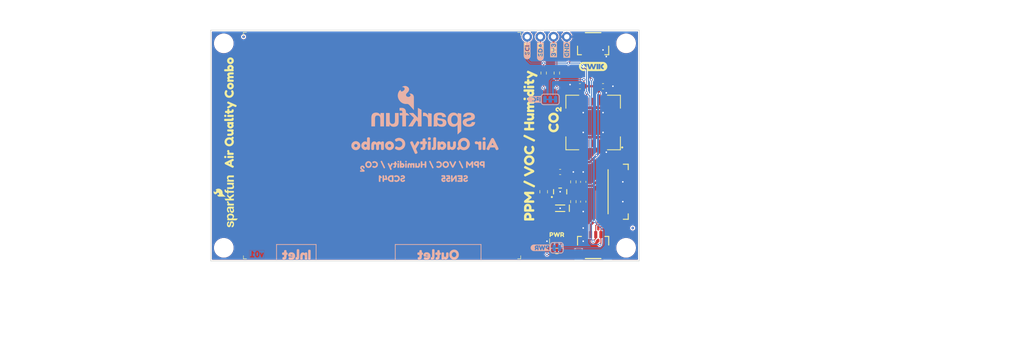
<source format=kicad_pcb>
(kicad_pcb (version 20221018) (generator pcbnew)
  (layers (0 "F.Cu" signal) (31 "B.Cu" signal) (34 "B.Paste" user) (35 "F.Paste" user) (36 "B.SilkS" user "B.Silkscreen") (37 "F.SilkS" user "F.Silkscreen") (38 "B.Mask" user) (39 "F.Mask" user) (44 "Edge.Cuts" user))
  (net 0 "")
  (net 1 "3.3V")
  (net 2 "GND")
  (net 3 "5V")
  (net 4 "Net-(D1-A)")
  (net 5 "SDA")
  (net 6 "SCL")
  (net 11 "Net-(JP1-A)")
  (net 12 "Net-(JP2-A)")
  (net 13 "Net-(U5-SW)")
  (net 29 "Net-(U5-FB)")
  (net 30 "Net-(JP2-B)")
  (footprint "kibuzzard-65CFEE26" (layer "F.Cu") (at 105.41 123.825 90)
    (fp_text reference "kibuzzard-65CFEE26" hide)
    (fp_text value "G***" hide)
  )
  (footprint "SparkFun-Semiconductor-Standard:SOD-323" (layer "F.Cu") (at 168.91 142.24 180)
    (fp_text reference "D2")
    (fp_text value "PMEG4005EJ")
    (pad "A" smd rect (at 1.15 0 180) (size 0.63 0.83) (layers "F.Cu" "F.Paste" "F.Mask") (net 13 "Net-(U5-SW)"))
    (pad "C" smd rect (at -1.15 0 180) (size 0.63 0.83) (layers "F.Cu" "F.Paste" "F.Mask") (net 3 "5V"))
  )
  (footprint "kibuzzard-65A8A702" (layer "F.Cu") (at 162.56 111.91875 90)
    (fp_text reference "kibuzzard-65A8A702" hide)
    (fp_text value "G***" hide)
  )
  (footprint "SparkFun-Connector:JST_SMD_1.25mm-6_Locking" (layer "F.Cu") (at 179.07 139.065 -90)
    (fp_text reference "U1")
    (fp_text value "SEN55")
    (pad "1" smd rect (at -3.125 -3.3 90) (size 0.6 1.7) (layers "F.Cu" "F.Paste" "F.Mask") (net 3 "5V"))
    (pad "2" smd rect (at -1.875 -3.3 90) (size 0.6 1.7) (layers "F.Cu" "F.Paste" "F.Mask") (net 2 "GND"))
    (pad "3" smd rect (at -0.625 -3.3 90) (size 0.6 1.7) (layers "F.Cu" "F.Paste" "F.Mask") (net 5 "SDA"))
    (pad "4" smd rect (at 0.625 -3.3 90) (size 0.6 1.7) (layers "F.Cu" "F.Paste" "F.Mask") (net 6 "SCL"))
    (pad "5" smd rect (at 1.875 -3.3 90) (size 0.6 1.7) (layers "F.Cu" "F.Paste" "F.Mask") (net 2 "GND"))
    (pad "6" smd rect (at 3.125 -3.3 90) (size 0.6 1.7) (layers "F.Cu" "F.Paste" "F.Mask"))
    (pad "NC1" smd rect (at 4.975 -0.1 180) (size 2.7 1) (layers "F.Cu" "F.Paste" "F.Mask"))
    (pad "NC2" smd rect (at -4.975 -0.1 180) (size 2.7 1) (layers "F.Cu" "F.Paste" "F.Mask"))
  )
  (footprint "SparkFun-Semiconductor-Standard:SOT23-5" (layer "F.Cu") (at 168.91 139.065 90)
    (fp_text reference "U5")
    (fp_text value "AP3012")
    (pad "1" smd rect (at -1.3001 -0.95) (size 0.55 1.2) (layers "F.Cu" "F.Paste" "F.Mask") (net 13 "Net-(U5-SW)"))
    (pad "2" smd rect (at -1.3001 0) (size 0.55 1.2) (layers "F.Cu" "F.Paste" "F.Mask") (net 2 "GND"))
    (pad "3" smd rect (at -1.3001 0.95) (size 0.55 1.2) (layers "F.Cu" "F.Paste" "F.Mask") (net 29 "Net-(U5-FB)"))
    (pad "4" smd rect (at 1.3001 0.95) (size 0.55 1.2) (layers "F.Cu" "F.Paste" "F.Mask") (net 1 "3.3V"))
    (pad "5" smd rect (at 1.3001 -0.95) (size 0.55 1.2) (layers "F.Cu" "F.Paste" "F.Mask") (net 1 "3.3V"))
  )
  (footprint "SparkFun-Capacitor:C_0603_1608Metric" (layer "F.Cu") (at 177.165 118.745)
    (fp_text reference "C4")
    (fp_text value "4.7uF")
    (pad "1" smd roundrect (at -0.775 0) (size 0.9 0.95) (layers "F.Cu" "F.Paste" "F.Mask") (net 1 "3.3V"))
    (pad "2" smd roundrect (at 0.775 0) (size 0.9 0.95) (layers "F.Cu" "F.Paste" "F.Mask") (net 2 "GND"))
  )
  (footprint "SparkFun-LED:LED_0603_1608Metric" (layer "F.Cu") (at 168.275 148.59)
    (fp_text reference "D1")
    (fp_text value "Red")
    (pad "1" smd roundrect (at -0.7875 0) (size 0.875 0.95) (layers "F.Cu" "F.Paste" "F.Mask") (net 2 "GND"))
    (pad "2" smd roundrect (at 0.7875 0) (size 0.875 0.95) (layers "F.Cu" "F.Paste" "F.Mask") (net 4 "Net-(D1-A)"))
  )
  (footprint "SparkFun-Aesthetic:Fiducial_0.5mm_Mask1mm" (layer "F.Cu") (at 107.95 109.22)
    (fp_text reference "FID3")
    (fp_text value "Fiducial_0.5mm")
    (pad "" smd circle (at 0 0) (size 0.5 0.5) (layers "F.Cu" "F.Mask") (clearance 0.25))
  )
  (footprint "kibuzzard-65A75D38" (layer "F.Cu") (at 167.64 125.73 90)
    (fp_text reference "kibuzzard-65A75D38" hide)
    (fp_text value "G***" hide)
  )
  (footprint "SparkFun-Hardware:Standoff" (layer "F.Cu") (at 181.61 149.86)
    (fp_text reference "ST2")
    (fp_text value "Standoff")
    (pad "" np_thru_hole circle (at 0 0) (size 3.302 3.302) (drill 3.302) (layers "F&B.Cu" "*.Mask"))
  )
  (footprint "kibuzzard-65A8A70D" (layer "F.Cu") (at 167.64 111.76 90)
    (fp_text reference "kibuzzard-65A8A70D" hide)
    (fp_text value "G***" hide)
  )
  (footprint "SparkFun-Aesthetic:Ordering_Instructions" (layer "F.Cu") (at 194.6275 102.62009)
    (fp_text reference "U7" hide)
    (fp_text value "~" hide)
  )
  (footprint "SparkFun-Capacitor:C_0805_2012Metric" (layer "F.Cu") (at 165.735 139.065 -90)
    (fp_text reference "L2")
    (fp_text value "10uH")
    (pad "1" smd roundrect (at -0.95 0 270) (size 1 1.45) (layers "F.Cu" "F.Paste" "F.Mask") (net 1 "3.3V"))
    (pad "2" smd roundrect (at 0.95 0 270) (size 1 1.45) (layers "F.Cu" "F.Paste" "F.Mask") (net 13 "Net-(U5-SW)"))
  )
  (footprint "SparkFun-Connector:JST_SMD_1.0mm-4_RA" (layer "F.Cu") (at 175.26 147.32)
    (fp_text reference "J1")
    (fp_text value "Qwiic_RA")
    (pad "1" smd rect (at -1.5 0) (size 0.6 1.35) (layers "F.Cu" "F.Paste" "F.Mask") (net 2 "GND"))
    (pad "2" smd rect (at -0.5 0) (size 0.6 1.35) (layers "F.Cu" "F.Paste" "F.Mask") (net 1 "3.3V"))
    (pad "3" smd rect (at 0.5 0) (size 0.6 1.35) (layers "F.Cu" "F.Paste" "F.Mask") (net 5 "SDA"))
    (pad "4" smd rect (at 1.5 0) (size 0.6 1.35) (layers "F.Cu" "F.Paste" "F.Mask") (net 6 "SCL"))
    (pad "NC1" smd rect (at 2.8 3.675) (size 1.2 2) (layers "F.Cu" "F.Paste" "F.Mask"))
    (pad "NC2" smd rect (at -2.8 3.675) (size 1.2 2) (layers "F.Cu" "F.Paste" "F.Mask"))
  )
  (footprint "SparkFun-Aesthetic:Fiducial_0.5mm_Mask1mm" (layer "F.Cu") (at 182.88 146.05)
    (fp_text reference "FID4")
    (fp_text value "Fiducial_0.5mm")
    (pad "" smd circle (at 0 0) (size 0.5 0.5) (layers "F.Cu" "F.Mask") (clearance 0.25))
  )
  (footprint "SparkFun-Capacitor:C_0603_1608Metric" (layer "F.Cu") (at 173.355 140.97 -90)
    (fp_text reference "C1")
    (fp_text value "22uF")
    (pad "1" smd roundrect (at -0.775 0 270) (size 0.9 0.95) (layers "F.Cu" "F.Paste" "F.Mask") (net 3 "5V"))
    (pad "2" smd roundrect (at 0.775 0 270) (size 0.9 0.95) (layers "F.Cu" "F.Paste" "F.Mask") (net 2 "GND"))
  )
  (footprint "kibuzzard-65A75DA3" (layer "F.Cu") (at 163.195 130.175 90)
    (fp_text reference "kibuzzard-65A75DA3" hide)
    (fp_text value "G***" hide)
  )
  (footprint "SparkFun-Connector:JST_SMD_1.0mm-4_RA" (layer "F.Cu") (at 175.26 113.03 180)
    (fp_text reference "J2")
    (fp_text value "Qwiic_RA")
    (pad "1" smd rect (at -1.5 0 180) (size 0.6 1.35) (layers "F.Cu" "F.Paste" "F.Mask") (net 2 "GND"))
    (pad "2" smd rect (at -0.5 0 180) (size 0.6 1.35) (layers "F.Cu" "F.Paste" "F.Mask") (net 1 "3.3V"))
    (pad "3" smd rect (at 0.5 0 180) (size 0.6 1.35) (layers "F.Cu" "F.Paste" "F.Mask") (net 5 "SDA"))
    (pad "4" smd rect (at 1.5 0 180) (size 0.6 1.35) (layers "F.Cu" "F.Paste" "F.Mask") (net 6 "SCL"))
    (pad "NC1" smd rect (at 2.8 3.675 180) (size 1.2 2) (layers "F.Cu" "F.Paste" "F.Mask"))
    (pad "NC2" smd rect (at -2.8 3.675 180) (size 1.2 2) (layers "F.Cu" "F.Paste" "F.Mask"))
  )
  (footprint "SparkFun-Hardware:Standoff" (layer "F.Cu") (at 181.61 110.49)
    (fp_text reference "ST1")
    (fp_text value "Standoff")
    (pad "" np_thru_hole circle (at 0 0) (size 3.302 3.302) (drill 3.302) (layers "F&B.Cu" "*.Mask"))
  )
  (footprint "kibuzzard-65A8A6F0" (layer "F.Cu") (at 165.1 112.0775 90)
    (fp_text reference "kibuzzard-65A8A6F0" hide)
    (fp_text value "G***" hide)
  )
  (footprint "SparkFun-Aesthetic:SparkFun_Logo_10mm" (layer "F.Cu") (at 105.41 140.97 90)
    (fp_text reference "G***")
    (fp_text value "LOGO" hide)
  )
  (footprint "SparkFun-Resistor:R_0603_1608Metric" (layer "F.Cu") (at 165.735 116.205 90)
    (fp_text reference "R2")
    (fp_text value "2.2k")
    (pad "1" smd roundrect (at -0.825 0 90) (size 0.8 0.95) (layers "F.Cu" "F.Paste" "F.Mask") (net 12 "Net-(JP2-A)"))
    (pad "2" smd roundrect (at 0.825 0 90) (size 0.8 0.95) (layers "F.Cu" "F.Paste" "F.Mask") (net 6 "SCL"))
  )
  (footprint "SparkFun-Capacitor:C_0603_1608Metric" (layer "F.Cu") (at 173.355 137.16 90)
    (fp_text reference "C9")
    (fp_text value "1.0uF")
    (pad "1" smd roundrect (at -0.775 0 90) (size 0.9 0.95) (layers "F.Cu" "F.Paste" "F.Mask") (net 3 "5V"))
    (pad "2" smd roundrect (at 0.775 0 90) (size 0.9 0.95) (layers "F.Cu" "F.Paste" "F.Mask") (net 2 "GND"))
  )
  (footprint "SparkFun-Resistor:R_0603_1608Metric" (layer "F.Cu") (at 171.45 137.16 90)
    (fp_text reference "R6")
    (fp_text value "33k")
    (pad "1" smd roundrect (at -0.825 0 90) (size 0.8 0.95) (layers "F.Cu" "F.Paste" "F.Mask") (net 29 "Net-(U5-FB)"))
    (pad "2" smd roundrect (at 0.825 0 90) (size 0.8 0.95) (layers "F.Cu" "F.Paste" "F.Mask") (net 2 "GND"))
  )
  (footprint "kibuzzard-65A8A717" (layer "F.Cu") (at 170.18 111.76 90)
    (fp_text reference "kibuzzard-65A8A717" hide)
    (fp_text value "G***" hide)
  )
  (footprint "SparkFun-Connector:1x04" (layer "F.Cu") (at 170.18 109.22 180)
    (fp_text reference "J3")
    (fp_text value "Conn_01x04")
    (pad "1" thru_hole circle (at 0 0 270) (size 1.8796 1.8796) (drill 1.016) (layers "*.Cu" "*.Mask") (net 2 "GND"))
    (pad "2" thru_hole circle (at 2.54 0 270) (size 1.8796 1.8796) (drill 1.016) (layers "*.Cu" "*.Mask") (net 1 "3.3V"))
    (pad "3" thru_hole circle (at 5.08 0 270) (size 1.8796 1.8796) (drill 1.016) (layers "*.Cu" "*.Mask") (net 5 "SDA"))
    (pad "4" thru_hole circle (at 7.62 0 270) (size 1.8796 1.8796) (drill 1.016) (layers "*.Cu" "*.Mask") (net 6 "SCL"))
  )
  (footprint "kibuzzard-65A8A8B4" (layer "F.Cu") (at 168.275 147.32)
    (fp_text reference "kibuzzard-65A8A8B4" hide)
    (fp_text value "G***" hide)
  )
  (footprint "SparkFun-Resistor:R_0603_1608Metric" (layer "F.Cu") (at 168.275 150.495)
    (fp_text reference "R3")
    (fp_text value "4.7k")
    (pad "1" smd roundrect (at -0.825 0) (size 0.8 0.95) (layers "F.Cu" "F.Paste" "F.Mask") (net 11 "Net-(JP1-A)"))
    (pad "2" smd roundrect (at 0.825 0) (size 0.8 0.95) (layers "F.Cu" "F.Paste" "F.Mask") (net 4 "Net-(D1-A)"))
  )
  (footprint "SparkFun-Sensor:SCD4X" (layer "F.Cu") (at 175.26 125.73 180)
    (fp_text reference "U3")
    (fp_text value "SCD41")
    (pad "1" smd roundrect (at -4 -2.5 270) (size 0.8 1.5) (layers "F.Cu" "F.Mask") (roundrect_rratio 0) (chamfer_ratio 0.35) (chamfer bottom_right))
    (pad "2" smd rect (at -4 -1.25 270) (size 0.8 1.5) (layers "F.Cu" "F.Paste" "F.Mask"))
    (pad "3" smd rect (at -4 0 270) (size 0.8 1.5) (layers "F.Cu" "F.Paste" "F.Mask"))
    (pad "4" smd rect (at -4 1.25 270) (size 0.8 1.5) (layers "F.Cu" "F.Paste" "F.Mask"))
    (pad "5" smd rect (at -4 2.5 270) (size 0.8 1.5) (layers "F.Cu" "F.Paste" "F.Mask"))
    (pad "6" smd rect (at -2.5 4) (size 0.8 1.5) (layers "F.Cu" "F.Paste" "F.Mask") (net 2 "GND"))
    (pad "7" smd rect (at -1.25 4) (size 0.8 1.5) (layers "F.Cu" "F.Paste" "F.Mask") (net 1 "3.3V"))
    (pad "8" smd rect (at 0 4) (size 0.8 1.5) (layers "F.Cu" "F.Paste" "F.Mask"))
    (pad "9" smd rect (at 1.25 4) (size 0.8 1.5) (layers "F.Cu" "F.Paste" "F.Mask") (net 6 "SCL"))
    (pad "10" smd rect (at 2.5 4) (size 0.8 1.5) (layers "F.Cu" "F.Paste" "F.Mask") (net 5 "SDA"))
    (pad "11" smd rect (at 4 2.5 90) (size 0.8 1.5) (layers "F.Cu" "F.Paste" "F.Mask"))
    (pad "12" smd rect (at 4 1.25 90) (size 0.8 1.5) (layers "F.Cu" "F.Paste" "F.Mask"))
    (pad "13" smd rect (at 4 0 90) (size 0.8 1.5) (layers "F.Cu" "F.Paste" "F.Mask"))
    (pad "14" smd rect (at 4 -1.25 90) (size 0.8 1.5) (layers "F.Cu" "F.Paste" "F.Mask"))
    (pad "15" smd rect (at 4 -2.5 90) (size 0.8 1.5) (layers "F.Cu" "F.Paste" "F.Mask"))
    (pad "16" smd rect (at 2.5 -4 180) (size 0.8 1.5) (layers "F.Cu" "F.Paste" "F.Mask"))
    (pad "17" smd rect (at 1.25 -4 180) (size 0.8 1.5) (layers "F.Cu" "F.Paste" "F.Mask"))
    (pad "18" smd rect (at 0 -4 180) (size 0.8 1.5) (layers "F.Cu" "F.Paste" "F.Mask"))
    (pad "19" smd rect (at -1.25 -4 180) (size 0.8 1.5) (layers "F.Cu" "F.Paste" "F.Mask") (net 1 "3.3V"))
    (pad "20" smd rect (at -2.5 -4 180) (size 0.8 1.5) (layers "F.Cu" "F.Paste" "F.Mask") (net 2 "GND"))
    (pad "21" smd rect (at 0 0 180) (size 4.8 4.8) (layers "F.Cu" "F.Mask") (net 2 "GND"))
  )
  (footprint "SparkFun-Resistor:R_0603_1608Metric" (layer "F.Cu") (at 168.275 116.205 90)
    (fp_text reference "R1")
    (fp_text value "2.2k")
    (pad "1" smd roundrect (at -0.825 0 90) (size 0.8 0.95) (layers "F.Cu" "F.Paste" "F.Mask") (net 30 "Net-(JP2-B)"))
    (pad "2" smd roundrect (at 0.825 0 90) (size 0.8 0.95) (layers "F.Cu" "F.Paste" "F.Mask") (net 5 "SDA"))
  )
  (footprint "SparkFun-Resistor:R_0603_1608Metric" (layer "F.Cu") (at 171.45 140.97 90)
    (fp_text reference "R5")
    (fp_text value "100k")
    (pad "1" smd roundrect (at -0.825 0 90) (size 0.8 0.95) (layers "F.Cu" "F.Paste" "F.Mask") (net 3 "5V"))
    (pad "2" smd roundrect (at 0.825 0 90) (size 0.8 0.95) (layers "F.Cu" "F.Paste" "F.Mask") (net 29 "Net-(U5-FB)"))
  )
  (footprint "SparkFun-Aesthetic:Creative_Commons_License" (layer "F.Cu") (at 107.95 163.83)
    (fp_text reference "G4" hide)
    (fp_text value "OSHW_Logo" hide)
  )
  (footprint "kibuzzard-65A75D7A" (layer "F.Cu") (at 168.5925 123.19 90)
    (fp_text reference "kibuzzard-65A75D7A" hide)
    (fp_text value "G***" hide)
  )
  (footprint "SparkFun-Capacitor:C_0603_1608Metric" (layer "F.Cu") (at 172.72 118.745 180)
    (fp_text reference "C5")
    (fp_text value "0.1uF")
    (pad "1" smd roundrect (at -0.775 0 180) (size 0.9 0.95) (layers "F.Cu" "F.Paste" "F.Mask") (net 1 "3.3V"))
    (pad "2" smd roundrect (at 0.775 0 180) (size 0.9 0.95) (layers "F.Cu" "F.Paste" "F.Mask") (net 2 "GND"))
  )
  (footprint "SparkFun-Hardware:Standoff" (layer "F.Cu") (at 104.14 110.49)
    (fp_text reference "ST3")
    (fp_text value "Standoff")
    (pad "" np_thru_hole circle (at 0 0) (size 3.302 3.302) (drill 3.302) (layers "F&B.Cu" "*.Mask"))
  )
  (footprint "SparkFun-Capacitor:C_0603_1608Metric" (layer "F.Cu") (at 168.91 135.255)
    (fp_text reference "C7")
    (fp_text value "1.0uF")
    (pad "1" smd roundrect (at -0.775 0) (size 0.9 0.95) (layers "F.Cu" "F.Paste" "F.Mask") (net 1 "3.3V"))
    (pad "2" smd roundrect (at 0.775 0) (size 0.9 0.95) (layers "F.Cu" "F.Paste" "F.Mask") (net 2 "GND"))
  )
  (footprint "SparkFun-Aesthetic:qwiic_5.5mm" (layer "F.Cu") (at 175.26 114.935)
    (fp_text reference "G***" hide)
    (fp_text value "LOGO" hide)
  )
  (footprint "SparkFun-Sensor:SEN5x_Outline" (layer "F.Cu") (at 134.62 130.175)
    (fp_text reference "U4")
    (fp_text value "SEN55_Outline")
  )
  (footprint "SparkFun-Hardware:Standoff" (layer "F.Cu") (at 104.14 149.86)
    (fp_text reference "ST4")
    (fp_text value "Standoff")
    (pad "" np_thru_hole circle (at 0 0) (size 3.302 3.302) (drill 3.302) (layers "F&B.Cu" "*.Mask"))
  )
  (footprint "kibuzzard-65A7583B" (layer "B.Cu") (at 145.415 151.13 180)
    (fp_text reference "kibuzzard-65A7583B" hide)
    (fp_text value "G***" hide)
  )
  (footprint "kibuzzard-65A8AFF1" (layer "B.Cu") (at 167.64 111.76 90)
    (fp_text reference "kibuzzard-65A8AFF1" hide)
    (fp_text value "G***" hide)
  )
  (footprint "kibuzzard-65A8AE51" (layer "B.Cu") (at 142.875 130.175 180)
    (fp_text reference "kibuzzard-65A8AE51" hide)
    (fp_text value "G***" hide)
  )
  (footprint "SparkFun-Jumper:Jumper_3_NC-2_Trace" (layer "B.Cu") (at 167.005 121.285)
    (fp_text reference "JP2")
    (fp_text value "~")
    (fp_poly (pts (xy -0.7707 0.15) (xy -0.2707 0.15) (xy -0.2707 -0.15) (xy -0.7707 -0.15)) (fill solid) (layer "B.Cu"))
    (fp_poly (pts (xy 0.262 0.173) (xy 0.762 0.173) (xy 0.762 -0.127) (xy 0.262 -0.127)) (fill solid) (layer "B.Cu"))
    (pad "1" smd rect (at -1.0414 0) (size 0.6604 1.27) (layers "B.Cu" "B.Mask") (net 12 "Net-(JP2-A)"))
    (pad "2" smd rect (at 0 0) (size 0.6604 1.27) (layers "B.Cu" "B.Mask") (net 1 "3.3V"))
    (pad "3" smd rect (at 1.0414 0 180) (size 0.6604 1.27) (layers "B.Cu" "B.Mask") (net 30 "Net-(JP2-B)"))
  )
  (footprint "SparkFun-Jumper:Jumper_2_NC_Trace" (layer "B.Cu") (at 168.275 149.86)
    (fp_text reference "JP1")
    (fp_text value "~")
    (fp_poly (pts (xy -0.25 0.15) (xy 0.25 0.15) (xy 0.25 -0.15) (xy -0.25 -0.15)) (fill solid) (layer "B.Cu"))
    (pad "1" smd rect (at -0.5207 0) (size 0.6604 1.27) (layers "B.Cu" "B.Mask") (net 11 "Net-(JP1-A)"))
    (pad "2" smd rect (at 0.5207 0) (size 0.6604 1.27) (layers "B.Cu" "B.Mask") (net 1 "3.3V"))
  )
  (footprint "SparkFun-Aesthetic:Fiducial_0.5mm_Mask1mm" (layer "B.Cu") (at 107.95 109.22 180)
    (fp_text reference "FID2")
    (fp_text value "Fiducial_0.5mm")
    (pad "" smd circle (at 0 0 180) (size 0.5 0.5) (layers "B.Cu" "B.Mask") (clearance 0.25))
  )
  (footprint "SparkFun-Aesthetic:Fiducial_0.5mm_Mask1mm" (layer "B.Cu") (at 182.88 146.05 180)
    (fp_text reference "FID1")
    (fp_text value "Fiducial_0.5mm")
    (pad "" smd circle (at 0 0 180) (size 0.5 0.5) (layers "B.Cu" "B.Mask") (clearance 0.25))
  )
  (footprint "SparkFun-Aesthetic:SparkFun_Logo_20mm" (layer "B.Cu") (at 142.875 125.095 180)
    (fp_text reference "G***" hide)
    (fp_text value "LOGO" hide)
  )
  (footprint "kibuzzard-65A8AED7" (layer "B.Cu") (at 165.1 149.86 180)
    (fp_text reference "kibuzzard-65A8AED7" hide)
    (fp_text value "G***" hide)
  )
  (footprint "kibuzzard-65A75D7A" (layer "B.Cu") (at 130.81 134.62 180)
    (fp_text reference "kibuzzard-65A75D7A" hide)
    (fp_text value "G***" hide)
  )
  (footprint "kibuzzard-65A8AEA5" (layer "B.Cu") (at 142.875 133.985 180)
    (fp_text reference "kibuzzard-65A8AEA5" hide)
    (fp_text value "G***" hide)
  )
  (footprint "kibuzzard-65A75820" (layer "B.Cu") (at 118.11 151.13 180)
    (fp_text reference "kibuzzard-65A75820" hide)
    (fp_text value "G***" hide)
  )
  (footprint "kibuzzard-65A8B037" (layer "B.Cu") (at 165.1 112.0775 90)
    (fp_text reference "kibuzzard-65A8B037" hide)
    (fp_text value "G***" hide)
  )
  (footprint "kibuzzard-65A8B028" (layer "B.Cu") (at 162.56 111.91875 90)
    (fp_text reference "kibuzzard-65A8B028" hide)
    (fp_text value "G***" hide)
  )
  (footprint "kibuzzard-65A8AE5A" (layer "B.Cu") (at 136.525 136.525 180)
    (fp_text reference "kibuzzard-65A8AE5A" hide)
    (fp_text value "G***" hide)
  )
  (footprint "kibuzzard-65A8B05B" (layer "B.Cu") (at 163.98875 121.285 180)
    (fp_text reference "kibuzzard-65A8B05B" hide)
    (fp_text value "G***" hide)
  )
  (footprint "kibuzzard-65A8AFFA" (layer "B.Cu") (at 170.18 111.76 90)
    (fp_text reference "kibuzzard-65A8AFFA" hide)
    (fp_text value "G***" hide)
  )
  (footprint "kibuzzard-65A8AE62" (layer "B.Cu") (at 148.59 136.525 180)
    (fp_text reference "kibuzzard-65A8AE62" hide)
    (fp_text value "G***" hide)
  )
  (gr_line (start 121.92 152.0825) (end 121.92 149.225) (stroke (width 0.15)) (layer "B.SilkS"))
  (gr_line (start 153.67 149.225) (end 137.16 149.225) (stroke (width 0.15)) (layer "B.SilkS"))
  (gr_line (start 137.16 149.225) (end 137.16 152.0825) (stroke (width 0.15)) (layer "B.SilkS"))
  (gr_line (start 153.67 152.0825) (end 153.67 149.225) (stroke (width 0.15)) (layer "B.SilkS"))
  (gr_line (start 114.3 149.225) (end 114.3 152.0825) (stroke (width 0.15)) (layer "B.SilkS"))
  (gr_line (start 121.92 149.225) (end 114.3 149.225) (stroke (width 0.15)) (layer "B.SilkS"))
  (gr_poly (pts (xy 101.6 152.4) (xy 101.6 107.95) (xy 184.15 107.95) (xy 184.15 133.604) (xy 184.15 141.986) (xy 184.15 152.4)) (stroke (width 0.1)) (fill none) (layer "Edge.Cuts"))
  (gr_text "v01" (at 110.49 151.13) (layer "B.Cu" knockout) (effects (font (size 1.016 1.016) (thickness 0.254) bold) (justify mirror)))
  (segment (start 167.64 109.22) (end 167.64 110.8075) (width 0.4064) (layer "F.Cu") (net 1))
  (segment (start 173.495 118.745) (end 176.39 118.745) (width 0.4064) (layer "F.Cu") (net 1))
  (segment (start 167.0351 137.7649) (end 167.96 137.7649) (width 0.4064) (layer "F.Cu") (net 1))
  (segment (start 175.476 144.78) (end 174.76 145.496) (width 0.4064) (layer "F.Cu") (net 1))
  (segment (start 169.86 137.7649) (end 167.96 137.7649) (width 0.4064) (layer "F.Cu") (net 1))
  (segment (start 168.275 111.4425) (end 175.26 111.4425) (width 0.4064) (layer "F.Cu") (net 1))
  (segment (start 173.4692 117.475) (end 173.4692 118.7192) (width 0.1778) (layer "F.Cu") (net 1))
  (segment (start 175.895 132.08) (end 174.625 133.35) (width 0.4064) (layer "F.Cu") (net 1))
  (segment (start 174.625 133.35) (end 168.91 133.35) (width 0.4064) (layer "F.Cu") (net 1))
  (segment (start 166.685 138.115) (end 167.0351 137.7649) (width 0.4064) (layer "F.Cu") (net 1))
  (segment (start 167.64 110.8075) (end 168.275 111.4425) (width 0.4064) (layer "F.Cu") (net 1))
  (segment (start 175.76 111.9425) (end 175.76 113.03) (width 0.4064) (layer "F.Cu") (net 1))
  (segment (start 176.39 120.012516) (end 176.39 118.745) (width 0.4064) (layer "F.Cu") (net 1))
  (segment (start 168.135 135.255) (end 167.96 135.43) (width 0.4064) (layer "F.Cu") (net 1))
  (segment (start 168.135 134.125) (end 168.135 135.255) (width 0.4064) (layer "F.Cu") (net 1))
  (segment (start 176.39 116.7) (end 176.39 118.745) (width 0.4064) (layer "F.Cu") (net 1))
  (segment (start 167.96 135.43) (end 167.96 137.7649) (width 0.4064) (layer "F.Cu") (net 1))
  (segment (start 173.4692 118.7192) (end 173.495 118.745) (width 0.1778) (layer "F.Cu") (net 1))
  (segment (start 176.51 121.73) (end 176.51 120.132516) (width 0.4064) (layer "F.Cu") (net 1))
  (segment (start 175.26 111.4425) (end 175.76 111.9425) (width 0.4064) (layer "F.Cu") (net 1))
  (segment (start 175.895 132.08) (end 176.51 131.465) (width 0.4064) (layer "F.Cu") (net 1))
  (segment (start 168.91 133.35) (end 168.135 134.125) (width 0.4064) (layer "F.Cu") (net 1))
  (segment (start 174.76 145.496) (end 174.76 147.32) (width 0.4064) (layer "F.Cu") (net 1))
  (segment (start 175.76 113.03) (end 175.76 116.07) (width 0.4064) (layer "F.Cu") (net 1))
  (segment (start 175.76 116.07) (end 176.39 116.7) (width 0.4064) (layer "F.Cu") (net 1))
  (segment (start 165.735 138.115) (end 166.685 138.115) (width 0.4064) (layer "F.Cu") (net 1))
  (segment (start 176.51 131.465) (end 176.51 129.73) (width 0.4064) (layer "F.Cu") (net 1))
  (segment (start 176.51 120.132516) (end 176.39 120.012516) (width 0.4064) (layer "F.Cu") (net 1))
  (via (at 175.895 132.08) (size 0.56) (drill 0.3) (layers "F.Cu" "B.Cu") (net 1))
  (via (at 176.51 120.132516) (size 0.56) (drill 0.3) (layers "F.Cu" "B.Cu") (net 1))
  (via (at 175.476 144.78) (size 0.56) (drill 0.3) (layers "F.Cu" "B.Cu") (net 1))
  (via (at 173.4692 117.475) (size 0.56) (drill 0.3) (layers "F.Cu" "B.Cu") (net 1))
  (segment (start 177.165 146.469) (end 177.165 149.32723) (width 0.1778) (layer "B.Cu") (net 1))
  (segment (start 175.895 132.08) (end 175.3997 132.5753) (width 0.4064) (layer "B.Cu") (net 1))
  (segment (start 176.63223 149.86) (end 168.7957 149.86) (width 0.1778) (layer "B.Cu") (net 1))
  (segment (start 175.3997 144.7037) (end 175.476 144.78) (width 0.4064) (layer "B.Cu") (net 1))
  (segment (start 175.3997 132.5753) (end 175.3997 144.7037) (width 0.4064) (layer "B.Cu") (net 1))
  (segment (start 176.2125 131.7625) (end 176.2125 120.430016) (width 0.4064) (layer "B.Cu") (net 1))
  (segment (start 175.476 144.78) (end 177.165 146.469) (width 0.1778) (layer "B.Cu") (net 1))
  (segment (start 175.895 132.08) (end 176.2125 131.7625) (width 0.4064) (layer "B.Cu") (net 1))
  (segment (start 176.2125 120.430016) (end 176.51 120.132516) (width 0.4064) (layer "B.Cu") (net 1))
  (segment (start 167.3225 117.475) (end 173.4692 117.475) (width 0.1778) (layer "B.Cu") (net 1))
  (segment (start 167.005 117.7925) (end 167.3225 117.475) (width 0.1778) (layer "B.Cu") (net 1))
  (segment (start 167.005 121.285) (end 167.005 117.7925) (width 0.1778) (layer "B.Cu") (net 1))
  (segment (start 177.165 149.32723) (end 176.63223 149.86) (width 0.1778) (layer "B.Cu") (net 1))
  (via (at 173.355 123.825) (size 0.56) (drill 0.3) (layers "F.Cu" "B.Cu") (net 2))
  (via (at 177.165 111.76) (size 0.56) (drill 0.3) (layers "F.Cu" "B.Cu") (net 2))
  (via (at 171.45 135.255) (size 0.56) (drill 0.3) (layers "F.Cu" "B.Cu") (net 2))
  (via (at 168.91 139.065) (size 0.56) (drill 0.3) (layers "F.Cu" "B.Cu") (net 2))
  (via (at 173.355 135.255) (size 0.56) (drill 0.3) (layers "F.Cu" "B.Cu") (net 2))
  (via (at 177.165 127.635) (size 0.56) (drill 0.3) (layers "F.Cu" "B.Cu") (net 2))
  (via (at 170.815 118.4275) (size 0.56) (drill 0.3) (layers "F.Cu" "B.Cu") (net 2))
  (via (at 180.975 140.97) (size 0.56) (drill 0.3) (layers "F.Cu" "B.Cu") (net 2))
  (via (at 173.355 148.59) (size 0.56) (drill 0.3) (layers "F.Cu" "B.Cu") (net 2))
  (via (at 180.975 137.16) (size 0.56) (drill 0.3) (layers "F.Cu" "B.Cu") (net 2))
  (via (at 173.355 146.05) (size 0.56) (drill 0.3) (layers "F.Cu" "B.Cu") (net 2))
  (via (at 177.165 123.825) (size 0.56) (drill 0.3) (layers "F.Cu" "B.Cu") (net 2))
  (via (at 177.8 113.03) (size 0.56) (drill 0.3) (layers "F.Cu" "B.Cu") (net 2))
  (via (at 173.355 127.635) (size 0.56) (drill 0.3) (layers "F.Cu" "B.Cu") (net 2))
  (via (at 177.8 120.015) (size 0.56) (drill 0.3) (layers "F.Cu" "B.Cu") (net 2))
  (via (at 179.07 118.745) (size 0.56) (drill 0.3) (layers "F.Cu" "B.Cu") (net 2))
  (via (at 177.8 131.445) (size 0.56) (drill 0.3) (layers "F.Cu" "B.Cu") (net 2))
  (via (at 173.355 142.875) (size 0.56) (drill 0.3) (layers "F.Cu" "B.Cu") (net 2))
  (via (at 168.91 142.24) (size 0.56) (drill 0.3) (layers "F.Cu" "B.Cu") (net 2))
  (via (at 166.37 148.59) (size 0.56) (drill 0.3) (layers "F.Cu" "B.Cu") (net 2))
  (segment (start 171.45 141.795) (end 171.755 141.795) (width 0.4064) (layer "F.Cu") (net 3))
  (segment (start 171.755 141.795) (end 173.355 140.195) (width 0.4064) (layer "F.Cu") (net 3))
  (segment (start 173.355 137.935) (end 175.12 137.935) (width 0.4064) (layer "F.Cu") (net 3))
  (segment (start 177.115 135.94) (end 182.37 135.94) (width 0.4064) (layer "F.Cu") (net 3))
  (segment (start 175.12 137.935) (end 177.115 135.94) (width 0.4064) (layer "F.Cu") (net 3))
  (segment (start 170.505 141.795) (end 170.06 142.24) (width 0.4064) (layer "F.Cu") (net 3))
  (segment (start 173.355 140.195) (end 173.355 137.935) (width 0.4064) (layer "F.Cu") (net 3))
  (segment (start 171.45 141.795) (end 170.505 141.795) (width 0.4064) (layer "F.Cu") (net 3))
  (segment (start 169.0625 148.59) (end 169.0625 150.4575) (width 0.1778) (layer "F.Cu") (net 4))
  (segment (start 169.0625 150.4575) (end 169.1 150.495) (width 0.1778) (layer "F.Cu") (net 4))
  (segment (start 168.275 113.03) (end 167.9575 112.7125) (width 0.1778) (layer "F.Cu") (net 5))
  (segment (start 165.1 111.76) (end 165.1 109.22) (width 0.1778) (layer "F.Cu") (net 5))
  (segment (start 176.54 138.44) (end 182.37 138.44) (width 0.1778) (layer "F.Cu") (net 5))
  (segment (start 175.9973 145.3127) (end 175.9973 138.9627) (width 0.1778) (layer "F.Cu") (net 5))
  (segment (start 168.275 115.38) (end 168.275 113.03) (width 0.1778) (layer "F.Cu") (net 5))
  (segment (start 174.76 113.03) (end 174.76 115.379321) (width 0.1778) (layer "F.Cu") (net 5))
  (segment (start 175.76 147.32) (end 175.76 148.09) (width 0.1778) (layer "F.Cu") (net 5))
  (segment (start 166.0525 112.7125) (end 165.1 111.76) (width 0.1778) (layer "F.Cu") (net 5))
  (segment (start 175.9973 138.9627) (end 176.53 138.43) (width 0.1778) (layer "F.Cu") (net 5))
  (segment (start 172.76 115.42) (end 172.72 115.38) (width 0.1778) (layer "F.Cu") (net 5))
  (segment (start 176.53 138.43) (end 176.54 138.44) (width 0.1778) (layer "F.Cu") (net 5))
  (segment (start 172.72 115.38) (end 174.759321 115.38) (width 0.1778) (layer "F.Cu") (net 5))
  (segment (start 175.76 147.32) (end 175.76 145.55) (width 0.1778) (layer "F.Cu") (net 5))
  (segment (start 167.9575 112.7125) (end 166.0525 112.7125) (width 0.1778) (layer "F.Cu") (net 5))
  (segment (start 174.9425 117.475) (end 174.76 117.2925) (width 0.1778) (layer "F.Cu") (net 5))
  (segment (start 172.76 121.73) (end 172.76 115.42) (width 0.1778) (layer "F.Cu") (net 5))
  (segment (start 174.759321 115.38) (end 174.76 115.379321) (width 0.1778) (layer "F.Cu") (net 5))
  (segment (start 175.76 148.09) (end 175.26 148.59) (width 0.1778) (layer "F.Cu") (net 5))
  (segment (start 172.72 115.38) (end 168.275 115.38) (width 0.1778) (layer "F.Cu") (net 5))
  (segment (start 174.76 117.2925) (end 174.76 115.379321) (width 0.1778) (layer "F.Cu") (net 5))
  (segment (start 175.76 145.55) (end 175.9973 145.3127) (width 0.1778) (layer "F.Cu") (net 5))
  (via (at 174.9425 117.475) (size 0.56) (drill 0.3) (layers "F.Cu" "B.Cu") (net 5))
  (via (at 175.26 148.59) (size 0.56) (drill 0.3) (layers "F.Cu" "B.Cu") (net 5))
  (segment (start 175.26 148.59) (end 174.9552 148.2852) (width 0.1778) (layer "B.Cu") (net 5))
  (segment (start 174.9425 120.500526) (end 174.9425 117.475) (width 0.1778) (layer "B.Cu") (net 5))
  (segment (start 174.9552 120.513227) (end 174.9425 120.500526) (width 0.1778) (layer "B.Cu") (net 5))
  (segment (start 174.9552 148.2852) (end 174.9552 120.513227) (width 0.1778) (layer "B.Cu") (net 5))
  (segment (start 165.735 115.38) (end 165.735 114.3) (width 0.1778) (layer "F.Cu") (net 6))
  (segment (start 176.76 147.32) (end 176.76 140.105) (width 0.1778) (layer "F.Cu") (net 6))
  (segment (start 174.01 120.035) (end 173.99 120.015) (width 0.1778) (layer "F.Cu") (net 6))
  (segment (start 173.76 113.03) (end 171.7675 113.03) (width 0.1778) (layer "F.Cu") (net 6))
  (segment (start 176.76 140.105) (end 177.175 139.69) (width 0.1778) (layer "F.Cu") (net 6))
  (segment (start 174.01 121.73) (end 174.01 120.035) (width 0.1778) (layer "F.Cu") (net 6))
  (segment (start 176.76 148.995) (end 176.76 147.32) (width 0.1778) (layer "F.Cu") (net 6))
  (segment (start 176.53 149.225) (end 176.76 148.995) (width 0.1778) (layer "F.Cu") (net 6))
  (segment (start 171.7675 113.03) (end 170.4975 114.3) (width 0.1778) (layer "F.Cu") (net 6))
  (segment (start 177.175 139.69) (end 182.37 139.69) (width 0.1778) (layer "F.Cu") (net 6))
  (via (at 173.99 120.015) (size 0.56) (drill 0.3) (layers "F.Cu" "B.Cu") (net 6))
  (via (at 170.4975 114.3) (size 0.56) (drill 0.3) (layers "F.Cu" "B.Cu") (net 6))
  (via (at 176.53 149.225) (size 0.56) (drill 0.3) (layers "F.Cu" "B.Cu") (net 6))
  (via (at 165.735 114.3) (size 0.56) (drill 0.3) (layers "F.Cu" "B.Cu") (net 6))
  (segment (start 163.195 114.3) (end 162.56 113.665) (width 0.1778) (layer "B.Cu") (net 6))
  (segment (start 174.625 148.9075) (end 174.9425 149.225) (width 0.1778) (layer "B.Cu") (net 6))
  (segment (start 173.99 120.015) (end 174.625 120.65) (width 0.1778) (layer "B.Cu") (net 6))
  (segment (start 173.99 115.57) (end 172.72 114.3) (width 0.1778) (layer "B.Cu") (net 6))
  (segment (start 170.4975 114.3) (end 163.195 114.3) (width 0.1778) (layer "B.Cu") (net 6))
  (segment (start 162.56 113.665) (end 162.56 109.22) (width 0.1778) (layer "B.Cu") (net 6))
  (segment (start 174.9425 149.225) (end 176.53 149.225) (width 0.1778) (layer "B.Cu") (net 6))
  (segment (start 174.625 120.65) (end 174.625 148.9075) (width 0.1778) (layer "B.Cu") (net 6))
  (segment (start 173.99 120.015) (end 173.99 115.57) (width 0.1778) (layer "B.Cu") (net 6))
  (segment (start 172.72 114.3) (end 170.4975 114.3) (width 0.1778) (layer "B.Cu") (net 6))
  (segment (start 167.45 150.495) (end 167.45 150.685) (width 0.1778) (layer "F.Cu") (net 11))
  (segment (start 167.45 150.685) (end 167.005 151.13) (width 0.1778) (layer "F.Cu") (net 11))
  (segment (start 167.005 151.13) (end 166.37 151.13) (width 0.1778) (layer "F.Cu") (net 11))
  (via (at 166.37 151.13) (size 0.56) (drill 0.3) (layers "F.Cu" "B.Cu") (net 11))
  (segment (start 167.005 149.86) (end 166.37 150.495) (width 0.1778) (layer "B.Cu") (net 11))
  (segment (start 167.7543 149.86) (end 167.005 149.86) (width 0.1778) (layer "B.Cu") (net 11))
  (segment (start 166.37 150.495) (end 166.37 151.13) (width 0.1778) (layer "B.Cu") (net 11))
  (segment (start 165.735 117.03) (end 165.735 119.0625) (width 0.1778) (layer "F.Cu") (net 12))
  (via (at 165.735 119.0625) (size 0.56) (drill 0.3) (layers "F.Cu" "B.Cu") (net 12))
  (segment (start 165.9636 119.2911) (end 165.735 119.0625) (width 0.1778) (layer "B.Cu") (net 12))
  (segment (start 165.9636 121.285) (end 165.9636 119.2911) (width 0.1778) (layer "B.Cu") (net 12))
  (segment (start 167.96 140.3651) (end 167.96 142.04) (width 0.4064) (layer "F.Cu") (net 13))
  (segment (start 167.0351 140.3651) (end 166.685 140.015) (width 0.4064) (layer "F.Cu") (net 13))
  (segment (start 166.685 140.015) (end 165.735 140.015) (width 0.4064) (layer "F.Cu") (net 13))
  (segment (start 167.96 140.3651) (end 167.0351 140.3651) (width 0.4064) (layer "F.Cu") (net 13))
  (segment (start 167.96 142.04) (end 167.76 142.24) (width 0.4064) (layer "F.Cu") (net 13))
  (segment (start 171.45 140.145) (end 171.45 137.985) (width 0.4064) (layer "F.Cu") (net 29))
  (segment (start 171.2299 140.3651) (end 171.45 140.145) (width 0.4064) (layer "F.Cu") (net 29))
  (segment (start 169.86 140.3651) (end 171.2299 140.3651) (width 0.4064) (layer "F.Cu") (net 29))
  (segment (start 168.275 117.03) (end 168.275 119.0625) (width 0.1778) (layer "F.Cu") (net 30))
  (via (at 168.275 119.0625) (size 0.56) (drill 0.3) (layers "F.Cu" "B.Cu") (net 30))
  (segment (start 168.0464 121.285) (end 168.0464 119.2911) (width 0.1778) (layer "B.Cu") (net 30))
  (segment (start 168.0464 119.2911) (end 168.275 119.0625) (width 0.1778) (layer "B.Cu") (net 30))
  (zone (net 2) (net_name "GND") (layers "F&B.Cu") (connect_pads (clearance 0.1778)) (min_thickness 0.1778) (fill yes (thermal_gap 0.1778) (thermal_bridge_width 0.4064))
    (polygon (pts (xy 101.6 152.4) (xy 101.6 107.95) (xy 184.15 107.95) (xy 184.15 152.4)))
  )
)
</source>
